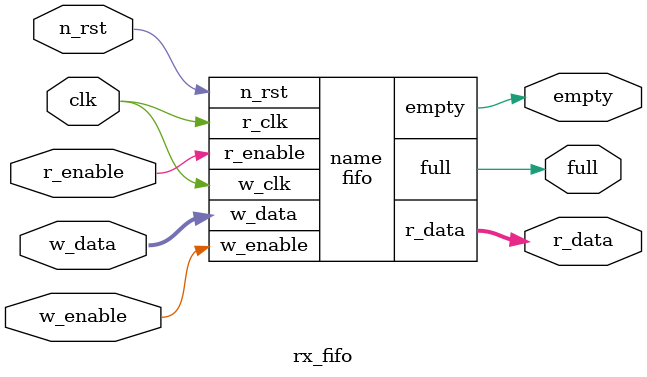
<source format=v>


module fiforam ( wclk, wenable, waddr, raddr, wdata, rdata );
  input [2:0] waddr;
  input [2:0] raddr;
  input [7:0] wdata;
  output [7:0] rdata;
  input wclk, wenable;
  wire   N10, N11, N12, N13, N14, N15, \fiforeg[0][7] , \fiforeg[0][6] ,
         \fiforeg[0][5] , \fiforeg[0][4] , \fiforeg[0][3] , \fiforeg[0][2] ,
         \fiforeg[0][1] , \fiforeg[0][0] , \fiforeg[1][7] , \fiforeg[1][6] ,
         \fiforeg[1][5] , \fiforeg[1][4] , \fiforeg[1][3] , \fiforeg[1][2] ,
         \fiforeg[1][1] , \fiforeg[1][0] , \fiforeg[2][7] , \fiforeg[2][6] ,
         \fiforeg[2][5] , \fiforeg[2][4] , \fiforeg[2][3] , \fiforeg[2][2] ,
         \fiforeg[2][1] , \fiforeg[2][0] , \fiforeg[3][7] , \fiforeg[3][6] ,
         \fiforeg[3][5] , \fiforeg[3][4] , \fiforeg[3][3] , \fiforeg[3][2] ,
         \fiforeg[3][1] , \fiforeg[3][0] , \fiforeg[4][7] , \fiforeg[4][6] ,
         \fiforeg[4][5] , \fiforeg[4][4] , \fiforeg[4][3] , \fiforeg[4][2] ,
         \fiforeg[4][1] , \fiforeg[4][0] , \fiforeg[5][7] , \fiforeg[5][6] ,
         \fiforeg[5][5] , \fiforeg[5][4] , \fiforeg[5][3] , \fiforeg[5][2] ,
         \fiforeg[5][1] , \fiforeg[5][0] , \fiforeg[6][7] , \fiforeg[6][6] ,
         \fiforeg[6][5] , \fiforeg[6][4] , \fiforeg[6][3] , \fiforeg[6][2] ,
         \fiforeg[6][1] , \fiforeg[6][0] , \fiforeg[7][7] , \fiforeg[7][6] ,
         \fiforeg[7][5] , \fiforeg[7][4] , \fiforeg[7][3] , \fiforeg[7][2] ,
         \fiforeg[7][1] , \fiforeg[7][0] , N17, N18, N19, N20, N21, N22, N23,
         N24, n89, n90, n91, n92, n93, n94, n95, n96, n97, n98, n99, n100,
         n101, n102, n103, n104, n105, n106, n107, n108, n109, n110, n111,
         n112, n113, n114, n115, n116, n117, n118, n119, n120, n121, n122,
         n123, n124, n125, n126, n127, n128, n129, n130, n131, n132, n133,
         n134, n135, n136, n137, n138, n139, n140, n141, n142, n143, n144,
         n145, n146, n147, n148, n149, n150, n151, n152, n1, n2, n3, n4, n5,
         n6, n7, n8, n9, n10, n11, n12, n13, n14, n15, n16, n17, n18, n19, n20,
         n21, n22, n23, n24, n25, n26, n27, n28, n29, n30, n31, n32, n33, n34,
         n35, n36, n37, n38, n39, n40, n41, n42, n43, n44, n45, n46, n47, n48,
         n49, n50, n51, n52, n53, n54, n55, n56, n57, n58, n59, n60, n61, n62,
         n63, n64, n65, n66, n67, n68, n69, n70, n71, n72, n73, n74, n75, n76,
         n77, n78, n79, n80, n81, n82, n83, n84, n85, n86, n87, n88, n153,
         n154, n155, n156, n157, n158, n159, n160, n161, n162, n163, n164,
         n165, n166, n167, n168, n169, n170, n171, n172, n173, n174, n175,
         n176, n177, n178, n179, n180, n181, n182, n183, n184, n185, n186,
         n187, n188, n189, n190, n191, n192, n193, n194, n195, n196, n197,
         n198, n199, n200, n201, n202, n203, n204, n205, n206, n207, n208,
         n209, n210, n211, n212, n213, n214, n215, n216, n217, n218, n219,
         n220, n221, n222, n223, n224, n225, n226, n227, n228, n229, n230,
         n231, n232, n233, n234, n235, n236, n237, n238, n239, n240, n241,
         n242, n243, n244, n245, n246, n247, n248, n249, n250, n251, n252,
         n253, n254, n255, n256, n257, n258, n259, n260, n261, n262;
  assign N10 = raddr[0];
  assign N11 = raddr[1];
  assign N12 = raddr[2];
  assign N13 = waddr[0];
  assign N14 = waddr[1];
  assign N15 = waddr[2];

  DFFPOSX1 \fiforeg_reg[0][7]  ( .D(n152), .CLK(wclk), .Q(\fiforeg[0][7] ) );
  DFFPOSX1 \fiforeg_reg[0][6]  ( .D(n151), .CLK(wclk), .Q(\fiforeg[0][6] ) );
  DFFPOSX1 \fiforeg_reg[0][5]  ( .D(n150), .CLK(wclk), .Q(\fiforeg[0][5] ) );
  DFFPOSX1 \fiforeg_reg[0][4]  ( .D(n149), .CLK(wclk), .Q(\fiforeg[0][4] ) );
  DFFPOSX1 \fiforeg_reg[0][3]  ( .D(n148), .CLK(wclk), .Q(\fiforeg[0][3] ) );
  DFFPOSX1 \fiforeg_reg[0][2]  ( .D(n147), .CLK(wclk), .Q(\fiforeg[0][2] ) );
  DFFPOSX1 \fiforeg_reg[0][1]  ( .D(n146), .CLK(wclk), .Q(\fiforeg[0][1] ) );
  DFFPOSX1 \fiforeg_reg[0][0]  ( .D(n145), .CLK(wclk), .Q(\fiforeg[0][0] ) );
  DFFPOSX1 \fiforeg_reg[1][7]  ( .D(n144), .CLK(wclk), .Q(\fiforeg[1][7] ) );
  DFFPOSX1 \fiforeg_reg[1][6]  ( .D(n143), .CLK(wclk), .Q(\fiforeg[1][6] ) );
  DFFPOSX1 \fiforeg_reg[1][5]  ( .D(n142), .CLK(wclk), .Q(\fiforeg[1][5] ) );
  DFFPOSX1 \fiforeg_reg[1][4]  ( .D(n141), .CLK(wclk), .Q(\fiforeg[1][4] ) );
  DFFPOSX1 \fiforeg_reg[1][3]  ( .D(n140), .CLK(wclk), .Q(\fiforeg[1][3] ) );
  DFFPOSX1 \fiforeg_reg[1][2]  ( .D(n139), .CLK(wclk), .Q(\fiforeg[1][2] ) );
  DFFPOSX1 \fiforeg_reg[1][1]  ( .D(n138), .CLK(wclk), .Q(\fiforeg[1][1] ) );
  DFFPOSX1 \fiforeg_reg[1][0]  ( .D(n137), .CLK(wclk), .Q(\fiforeg[1][0] ) );
  DFFPOSX1 \fiforeg_reg[2][7]  ( .D(n136), .CLK(wclk), .Q(\fiforeg[2][7] ) );
  DFFPOSX1 \fiforeg_reg[2][6]  ( .D(n135), .CLK(wclk), .Q(\fiforeg[2][6] ) );
  DFFPOSX1 \fiforeg_reg[2][5]  ( .D(n134), .CLK(wclk), .Q(\fiforeg[2][5] ) );
  DFFPOSX1 \fiforeg_reg[2][4]  ( .D(n133), .CLK(wclk), .Q(\fiforeg[2][4] ) );
  DFFPOSX1 \fiforeg_reg[2][3]  ( .D(n132), .CLK(wclk), .Q(\fiforeg[2][3] ) );
  DFFPOSX1 \fiforeg_reg[2][2]  ( .D(n131), .CLK(wclk), .Q(\fiforeg[2][2] ) );
  DFFPOSX1 \fiforeg_reg[2][1]  ( .D(n130), .CLK(wclk), .Q(\fiforeg[2][1] ) );
  DFFPOSX1 \fiforeg_reg[2][0]  ( .D(n129), .CLK(wclk), .Q(\fiforeg[2][0] ) );
  DFFPOSX1 \fiforeg_reg[3][7]  ( .D(n128), .CLK(wclk), .Q(\fiforeg[3][7] ) );
  DFFPOSX1 \fiforeg_reg[3][6]  ( .D(n127), .CLK(wclk), .Q(\fiforeg[3][6] ) );
  DFFPOSX1 \fiforeg_reg[3][5]  ( .D(n126), .CLK(wclk), .Q(\fiforeg[3][5] ) );
  DFFPOSX1 \fiforeg_reg[3][4]  ( .D(n125), .CLK(wclk), .Q(\fiforeg[3][4] ) );
  DFFPOSX1 \fiforeg_reg[3][3]  ( .D(n124), .CLK(wclk), .Q(\fiforeg[3][3] ) );
  DFFPOSX1 \fiforeg_reg[3][2]  ( .D(n123), .CLK(wclk), .Q(\fiforeg[3][2] ) );
  DFFPOSX1 \fiforeg_reg[3][1]  ( .D(n122), .CLK(wclk), .Q(\fiforeg[3][1] ) );
  DFFPOSX1 \fiforeg_reg[3][0]  ( .D(n121), .CLK(wclk), .Q(\fiforeg[3][0] ) );
  DFFPOSX1 \fiforeg_reg[4][7]  ( .D(n120), .CLK(wclk), .Q(\fiforeg[4][7] ) );
  DFFPOSX1 \fiforeg_reg[4][6]  ( .D(n119), .CLK(wclk), .Q(\fiforeg[4][6] ) );
  DFFPOSX1 \fiforeg_reg[4][5]  ( .D(n118), .CLK(wclk), .Q(\fiforeg[4][5] ) );
  DFFPOSX1 \fiforeg_reg[4][4]  ( .D(n117), .CLK(wclk), .Q(\fiforeg[4][4] ) );
  DFFPOSX1 \fiforeg_reg[4][3]  ( .D(n116), .CLK(wclk), .Q(\fiforeg[4][3] ) );
  DFFPOSX1 \fiforeg_reg[4][2]  ( .D(n115), .CLK(wclk), .Q(\fiforeg[4][2] ) );
  DFFPOSX1 \fiforeg_reg[4][1]  ( .D(n114), .CLK(wclk), .Q(\fiforeg[4][1] ) );
  DFFPOSX1 \fiforeg_reg[4][0]  ( .D(n113), .CLK(wclk), .Q(\fiforeg[4][0] ) );
  DFFPOSX1 \fiforeg_reg[5][7]  ( .D(n112), .CLK(wclk), .Q(\fiforeg[5][7] ) );
  DFFPOSX1 \fiforeg_reg[5][6]  ( .D(n111), .CLK(wclk), .Q(\fiforeg[5][6] ) );
  DFFPOSX1 \fiforeg_reg[5][5]  ( .D(n110), .CLK(wclk), .Q(\fiforeg[5][5] ) );
  DFFPOSX1 \fiforeg_reg[5][4]  ( .D(n109), .CLK(wclk), .Q(\fiforeg[5][4] ) );
  DFFPOSX1 \fiforeg_reg[5][3]  ( .D(n108), .CLK(wclk), .Q(\fiforeg[5][3] ) );
  DFFPOSX1 \fiforeg_reg[5][2]  ( .D(n107), .CLK(wclk), .Q(\fiforeg[5][2] ) );
  DFFPOSX1 \fiforeg_reg[5][1]  ( .D(n106), .CLK(wclk), .Q(\fiforeg[5][1] ) );
  DFFPOSX1 \fiforeg_reg[5][0]  ( .D(n105), .CLK(wclk), .Q(\fiforeg[5][0] ) );
  DFFPOSX1 \fiforeg_reg[6][7]  ( .D(n104), .CLK(wclk), .Q(\fiforeg[6][7] ) );
  DFFPOSX1 \fiforeg_reg[6][6]  ( .D(n103), .CLK(wclk), .Q(\fiforeg[6][6] ) );
  DFFPOSX1 \fiforeg_reg[6][5]  ( .D(n102), .CLK(wclk), .Q(\fiforeg[6][5] ) );
  DFFPOSX1 \fiforeg_reg[6][4]  ( .D(n101), .CLK(wclk), .Q(\fiforeg[6][4] ) );
  DFFPOSX1 \fiforeg_reg[6][3]  ( .D(n100), .CLK(wclk), .Q(\fiforeg[6][3] ) );
  DFFPOSX1 \fiforeg_reg[6][2]  ( .D(n99), .CLK(wclk), .Q(\fiforeg[6][2] ) );
  DFFPOSX1 \fiforeg_reg[6][1]  ( .D(n98), .CLK(wclk), .Q(\fiforeg[6][1] ) );
  DFFPOSX1 \fiforeg_reg[6][0]  ( .D(n97), .CLK(wclk), .Q(\fiforeg[6][0] ) );
  DFFPOSX1 \fiforeg_reg[7][7]  ( .D(n96), .CLK(wclk), .Q(\fiforeg[7][7] ) );
  DFFPOSX1 \fiforeg_reg[7][6]  ( .D(n95), .CLK(wclk), .Q(\fiforeg[7][6] ) );
  DFFPOSX1 \fiforeg_reg[7][5]  ( .D(n94), .CLK(wclk), .Q(\fiforeg[7][5] ) );
  DFFPOSX1 \fiforeg_reg[7][4]  ( .D(n93), .CLK(wclk), .Q(\fiforeg[7][4] ) );
  DFFPOSX1 \fiforeg_reg[7][3]  ( .D(n92), .CLK(wclk), .Q(\fiforeg[7][3] ) );
  DFFPOSX1 \fiforeg_reg[7][2]  ( .D(n91), .CLK(wclk), .Q(\fiforeg[7][2] ) );
  DFFPOSX1 \fiforeg_reg[7][1]  ( .D(n90), .CLK(wclk), .Q(\fiforeg[7][1] ) );
  DFFPOSX1 \fiforeg_reg[7][0]  ( .D(n89), .CLK(wclk), .Q(\fiforeg[7][0] ) );
  BUFX2 U2 ( .A(n56), .Y(n1) );
  BUFX2 U3 ( .A(n175), .Y(n2) );
  BUFX2 U4 ( .A(n53), .Y(n3) );
  BUFX2 U5 ( .A(n172), .Y(n4) );
  BUFX2 U6 ( .A(n54), .Y(n5) );
  BUFX2 U7 ( .A(n173), .Y(n6) );
  BUFX2 U8 ( .A(n55), .Y(n7) );
  BUFX2 U9 ( .A(n174), .Y(n8) );
  NOR2X1 U10 ( .A(n63), .B(N11), .Y(n54) );
  NOR2X1 U11 ( .A(n63), .B(n62), .Y(n53) );
  AOI22X1 U12 ( .A(\fiforeg[4][0] ), .B(n5), .C(\fiforeg[6][0] ), .D(n3), .Y(
        n10) );
  NOR2X1 U13 ( .A(N11), .B(N12), .Y(n56) );
  NOR2X1 U14 ( .A(n62), .B(N12), .Y(n55) );
  AOI22X1 U15 ( .A(\fiforeg[0][0] ), .B(n1), .C(\fiforeg[2][0] ), .D(n7), .Y(
        n9) );
  AOI21X1 U16 ( .A(n10), .B(n9), .C(N10), .Y(n14) );
  AOI22X1 U17 ( .A(\fiforeg[5][0] ), .B(n5), .C(\fiforeg[7][0] ), .D(n3), .Y(
        n12) );
  AOI22X1 U18 ( .A(\fiforeg[1][0] ), .B(n1), .C(\fiforeg[3][0] ), .D(n7), .Y(
        n11) );
  AOI21X1 U19 ( .A(n12), .B(n11), .C(n61), .Y(n13) );
  OR2X1 U20 ( .A(n14), .B(n13), .Y(rdata[0]) );
  AOI22X1 U21 ( .A(\fiforeg[4][1] ), .B(n5), .C(\fiforeg[6][1] ), .D(n3), .Y(
        n16) );
  AOI22X1 U22 ( .A(\fiforeg[0][1] ), .B(n1), .C(\fiforeg[2][1] ), .D(n7), .Y(
        n15) );
  AOI21X1 U23 ( .A(n16), .B(n15), .C(N10), .Y(n20) );
  AOI22X1 U24 ( .A(\fiforeg[5][1] ), .B(n5), .C(\fiforeg[7][1] ), .D(n3), .Y(
        n18) );
  AOI22X1 U25 ( .A(\fiforeg[1][1] ), .B(n1), .C(\fiforeg[3][1] ), .D(n7), .Y(
        n17) );
  AOI21X1 U26 ( .A(n18), .B(n17), .C(n61), .Y(n19) );
  OR2X1 U27 ( .A(n20), .B(n19), .Y(rdata[1]) );
  AOI22X1 U28 ( .A(\fiforeg[4][2] ), .B(n5), .C(\fiforeg[6][2] ), .D(n3), .Y(
        n22) );
  AOI22X1 U29 ( .A(\fiforeg[0][2] ), .B(n1), .C(\fiforeg[2][2] ), .D(n7), .Y(
        n21) );
  AOI21X1 U30 ( .A(n22), .B(n21), .C(N10), .Y(n26) );
  AOI22X1 U31 ( .A(\fiforeg[5][2] ), .B(n5), .C(\fiforeg[7][2] ), .D(n3), .Y(
        n24) );
  AOI22X1 U32 ( .A(\fiforeg[1][2] ), .B(n1), .C(\fiforeg[3][2] ), .D(n7), .Y(
        n23) );
  AOI21X1 U33 ( .A(n24), .B(n23), .C(n61), .Y(n25) );
  OR2X1 U34 ( .A(n26), .B(n25), .Y(rdata[2]) );
  AOI22X1 U35 ( .A(\fiforeg[4][3] ), .B(n5), .C(\fiforeg[6][3] ), .D(n3), .Y(
        n28) );
  AOI22X1 U36 ( .A(\fiforeg[0][3] ), .B(n1), .C(\fiforeg[2][3] ), .D(n7), .Y(
        n27) );
  AOI21X1 U37 ( .A(n28), .B(n27), .C(N10), .Y(n32) );
  AOI22X1 U38 ( .A(\fiforeg[5][3] ), .B(n5), .C(\fiforeg[7][3] ), .D(n3), .Y(
        n30) );
  AOI22X1 U39 ( .A(\fiforeg[1][3] ), .B(n1), .C(\fiforeg[3][3] ), .D(n7), .Y(
        n29) );
  AOI21X1 U40 ( .A(n30), .B(n29), .C(n61), .Y(n31) );
  OR2X1 U41 ( .A(n32), .B(n31), .Y(rdata[3]) );
  AOI22X1 U42 ( .A(\fiforeg[4][4] ), .B(n5), .C(\fiforeg[6][4] ), .D(n3), .Y(
        n34) );
  AOI22X1 U43 ( .A(\fiforeg[0][4] ), .B(n1), .C(\fiforeg[2][4] ), .D(n7), .Y(
        n33) );
  AOI21X1 U44 ( .A(n34), .B(n33), .C(N10), .Y(n38) );
  AOI22X1 U45 ( .A(\fiforeg[5][4] ), .B(n5), .C(\fiforeg[7][4] ), .D(n3), .Y(
        n36) );
  AOI22X1 U46 ( .A(\fiforeg[1][4] ), .B(n1), .C(\fiforeg[3][4] ), .D(n7), .Y(
        n35) );
  AOI21X1 U47 ( .A(n36), .B(n35), .C(n61), .Y(n37) );
  OR2X1 U48 ( .A(n38), .B(n37), .Y(rdata[4]) );
  AOI22X1 U49 ( .A(\fiforeg[4][5] ), .B(n5), .C(\fiforeg[6][5] ), .D(n3), .Y(
        n40) );
  AOI22X1 U50 ( .A(\fiforeg[0][5] ), .B(n1), .C(\fiforeg[2][5] ), .D(n7), .Y(
        n39) );
  AOI21X1 U51 ( .A(n40), .B(n39), .C(N10), .Y(n44) );
  AOI22X1 U52 ( .A(\fiforeg[5][5] ), .B(n5), .C(\fiforeg[7][5] ), .D(n3), .Y(
        n42) );
  AOI22X1 U53 ( .A(\fiforeg[1][5] ), .B(n1), .C(\fiforeg[3][5] ), .D(n7), .Y(
        n41) );
  AOI21X1 U54 ( .A(n42), .B(n41), .C(n61), .Y(n43) );
  OR2X1 U55 ( .A(n44), .B(n43), .Y(rdata[5]) );
  AOI22X1 U56 ( .A(\fiforeg[4][6] ), .B(n5), .C(\fiforeg[6][6] ), .D(n3), .Y(
        n46) );
  AOI22X1 U57 ( .A(\fiforeg[0][6] ), .B(n1), .C(\fiforeg[2][6] ), .D(n7), .Y(
        n45) );
  AOI21X1 U58 ( .A(n46), .B(n45), .C(N10), .Y(n50) );
  AOI22X1 U59 ( .A(\fiforeg[5][6] ), .B(n5), .C(\fiforeg[7][6] ), .D(n3), .Y(
        n48) );
  AOI22X1 U60 ( .A(\fiforeg[1][6] ), .B(n1), .C(\fiforeg[3][6] ), .D(n7), .Y(
        n47) );
  AOI21X1 U61 ( .A(n48), .B(n47), .C(n61), .Y(n49) );
  OR2X1 U62 ( .A(n50), .B(n49), .Y(rdata[6]) );
  AOI22X1 U63 ( .A(\fiforeg[4][7] ), .B(n5), .C(\fiforeg[6][7] ), .D(n3), .Y(
        n52) );
  AOI22X1 U64 ( .A(\fiforeg[0][7] ), .B(n1), .C(\fiforeg[2][7] ), .D(n7), .Y(
        n51) );
  AOI21X1 U65 ( .A(n52), .B(n51), .C(N10), .Y(n60) );
  AOI22X1 U66 ( .A(\fiforeg[5][7] ), .B(n5), .C(\fiforeg[7][7] ), .D(n3), .Y(
        n58) );
  AOI22X1 U67 ( .A(\fiforeg[1][7] ), .B(n1), .C(\fiforeg[3][7] ), .D(n7), .Y(
        n57) );
  AOI21X1 U68 ( .A(n58), .B(n57), .C(n61), .Y(n59) );
  OR2X1 U69 ( .A(n60), .B(n59), .Y(rdata[7]) );
  INVX2 U70 ( .A(N10), .Y(n61) );
  INVX2 U71 ( .A(N11), .Y(n62) );
  INVX2 U72 ( .A(N12), .Y(n63) );
  NOR2X1 U73 ( .A(n211), .B(N14), .Y(n173) );
  NOR2X1 U74 ( .A(n211), .B(n180), .Y(n172) );
  AOI22X1 U75 ( .A(\fiforeg[4][0] ), .B(n6), .C(\fiforeg[6][0] ), .D(n4), .Y(
        n65) );
  NOR2X1 U76 ( .A(N14), .B(N15), .Y(n175) );
  NOR2X1 U77 ( .A(n180), .B(N15), .Y(n174) );
  AOI22X1 U78 ( .A(\fiforeg[0][0] ), .B(n2), .C(\fiforeg[2][0] ), .D(n8), .Y(
        n64) );
  AOI21X1 U79 ( .A(n65), .B(n64), .C(N13), .Y(n69) );
  AOI22X1 U80 ( .A(\fiforeg[5][0] ), .B(n6), .C(\fiforeg[7][0] ), .D(n4), .Y(
        n67) );
  AOI22X1 U81 ( .A(\fiforeg[1][0] ), .B(n2), .C(\fiforeg[3][0] ), .D(n8), .Y(
        n66) );
  AOI21X1 U82 ( .A(n67), .B(n66), .C(n212), .Y(n68) );
  OR2X1 U83 ( .A(n69), .B(n68), .Y(N24) );
  AOI22X1 U84 ( .A(\fiforeg[4][1] ), .B(n6), .C(\fiforeg[6][1] ), .D(n4), .Y(
        n71) );
  AOI22X1 U85 ( .A(\fiforeg[0][1] ), .B(n2), .C(\fiforeg[2][1] ), .D(n8), .Y(
        n70) );
  AOI21X1 U86 ( .A(n71), .B(n70), .C(N13), .Y(n75) );
  AOI22X1 U87 ( .A(\fiforeg[5][1] ), .B(n6), .C(\fiforeg[7][1] ), .D(n4), .Y(
        n73) );
  AOI22X1 U88 ( .A(\fiforeg[1][1] ), .B(n2), .C(\fiforeg[3][1] ), .D(n8), .Y(
        n72) );
  AOI21X1 U89 ( .A(n73), .B(n72), .C(n212), .Y(n74) );
  OR2X1 U90 ( .A(n75), .B(n74), .Y(N23) );
  AOI22X1 U91 ( .A(\fiforeg[4][2] ), .B(n6), .C(\fiforeg[6][2] ), .D(n4), .Y(
        n77) );
  AOI22X1 U92 ( .A(\fiforeg[0][2] ), .B(n2), .C(\fiforeg[2][2] ), .D(n8), .Y(
        n76) );
  AOI21X1 U93 ( .A(n77), .B(n76), .C(N13), .Y(n81) );
  AOI22X1 U94 ( .A(\fiforeg[5][2] ), .B(n6), .C(\fiforeg[7][2] ), .D(n4), .Y(
        n79) );
  AOI22X1 U95 ( .A(\fiforeg[1][2] ), .B(n2), .C(\fiforeg[3][2] ), .D(n8), .Y(
        n78) );
  AOI21X1 U96 ( .A(n79), .B(n78), .C(n212), .Y(n80) );
  OR2X1 U97 ( .A(n81), .B(n80), .Y(N22) );
  AOI22X1 U98 ( .A(\fiforeg[4][3] ), .B(n6), .C(\fiforeg[6][3] ), .D(n4), .Y(
        n83) );
  AOI22X1 U99 ( .A(\fiforeg[0][3] ), .B(n2), .C(\fiforeg[2][3] ), .D(n8), .Y(
        n82) );
  AOI21X1 U100 ( .A(n83), .B(n82), .C(N13), .Y(n87) );
  AOI22X1 U101 ( .A(\fiforeg[5][3] ), .B(n6), .C(\fiforeg[7][3] ), .D(n4), .Y(
        n85) );
  AOI22X1 U102 ( .A(\fiforeg[1][3] ), .B(n2), .C(\fiforeg[3][3] ), .D(n8), .Y(
        n84) );
  AOI21X1 U103 ( .A(n85), .B(n84), .C(n212), .Y(n86) );
  OR2X1 U104 ( .A(n87), .B(n86), .Y(N21) );
  AOI22X1 U105 ( .A(\fiforeg[4][4] ), .B(n6), .C(\fiforeg[6][4] ), .D(n4), .Y(
        n153) );
  AOI22X1 U106 ( .A(\fiforeg[0][4] ), .B(n2), .C(\fiforeg[2][4] ), .D(n8), .Y(
        n88) );
  AOI21X1 U107 ( .A(n153), .B(n88), .C(N13), .Y(n157) );
  AOI22X1 U108 ( .A(\fiforeg[5][4] ), .B(n6), .C(\fiforeg[7][4] ), .D(n4), .Y(
        n155) );
  AOI22X1 U109 ( .A(\fiforeg[1][4] ), .B(n2), .C(\fiforeg[3][4] ), .D(n8), .Y(
        n154) );
  AOI21X1 U110 ( .A(n155), .B(n154), .C(n212), .Y(n156) );
  OR2X1 U111 ( .A(n157), .B(n156), .Y(N20) );
  AOI22X1 U112 ( .A(\fiforeg[4][5] ), .B(n6), .C(\fiforeg[6][5] ), .D(n4), .Y(
        n159) );
  AOI22X1 U113 ( .A(\fiforeg[0][5] ), .B(n2), .C(\fiforeg[2][5] ), .D(n8), .Y(
        n158) );
  AOI21X1 U114 ( .A(n159), .B(n158), .C(N13), .Y(n163) );
  AOI22X1 U115 ( .A(\fiforeg[5][5] ), .B(n6), .C(\fiforeg[7][5] ), .D(n4), .Y(
        n161) );
  AOI22X1 U116 ( .A(\fiforeg[1][5] ), .B(n2), .C(\fiforeg[3][5] ), .D(n8), .Y(
        n160) );
  AOI21X1 U117 ( .A(n161), .B(n160), .C(n212), .Y(n162) );
  OR2X1 U118 ( .A(n163), .B(n162), .Y(N19) );
  AOI22X1 U119 ( .A(\fiforeg[4][6] ), .B(n6), .C(\fiforeg[6][6] ), .D(n4), .Y(
        n165) );
  AOI22X1 U120 ( .A(\fiforeg[0][6] ), .B(n2), .C(\fiforeg[2][6] ), .D(n8), .Y(
        n164) );
  AOI21X1 U121 ( .A(n165), .B(n164), .C(N13), .Y(n169) );
  AOI22X1 U122 ( .A(\fiforeg[5][6] ), .B(n6), .C(\fiforeg[7][6] ), .D(n4), .Y(
        n167) );
  AOI22X1 U123 ( .A(\fiforeg[1][6] ), .B(n2), .C(\fiforeg[3][6] ), .D(n8), .Y(
        n166) );
  AOI21X1 U124 ( .A(n167), .B(n166), .C(n212), .Y(n168) );
  OR2X1 U125 ( .A(n169), .B(n168), .Y(N18) );
  AOI22X1 U126 ( .A(\fiforeg[4][7] ), .B(n6), .C(\fiforeg[6][7] ), .D(n4), .Y(
        n171) );
  AOI22X1 U127 ( .A(\fiforeg[0][7] ), .B(n2), .C(\fiforeg[2][7] ), .D(n8), .Y(
        n170) );
  AOI21X1 U128 ( .A(n171), .B(n170), .C(N13), .Y(n179) );
  AOI22X1 U129 ( .A(\fiforeg[5][7] ), .B(n6), .C(\fiforeg[7][7] ), .D(n4), .Y(
        n177) );
  AOI22X1 U130 ( .A(\fiforeg[1][7] ), .B(n2), .C(\fiforeg[3][7] ), .D(n8), .Y(
        n176) );
  AOI21X1 U131 ( .A(n177), .B(n176), .C(n212), .Y(n178) );
  OR2X1 U132 ( .A(n179), .B(n178), .Y(N17) );
  INVX2 U133 ( .A(N14), .Y(n180) );
  MUX2X1 U134 ( .B(n181), .A(n182), .S(n183), .Y(n99) );
  INVX1 U135 ( .A(\fiforeg[6][2] ), .Y(n182) );
  MUX2X1 U136 ( .B(n184), .A(n185), .S(n183), .Y(n98) );
  INVX1 U137 ( .A(\fiforeg[6][1] ), .Y(n185) );
  MUX2X1 U138 ( .B(n186), .A(n187), .S(n183), .Y(n97) );
  INVX1 U139 ( .A(\fiforeg[6][0] ), .Y(n187) );
  MUX2X1 U140 ( .B(n188), .A(n189), .S(n190), .Y(n96) );
  INVX1 U141 ( .A(\fiforeg[7][7] ), .Y(n189) );
  MUX2X1 U142 ( .B(n191), .A(n192), .S(n190), .Y(n95) );
  INVX1 U143 ( .A(\fiforeg[7][6] ), .Y(n192) );
  MUX2X1 U144 ( .B(n193), .A(n194), .S(n190), .Y(n94) );
  INVX1 U145 ( .A(\fiforeg[7][5] ), .Y(n194) );
  MUX2X1 U146 ( .B(n195), .A(n196), .S(n190), .Y(n93) );
  INVX1 U147 ( .A(\fiforeg[7][4] ), .Y(n196) );
  MUX2X1 U148 ( .B(n197), .A(n198), .S(n190), .Y(n92) );
  INVX1 U149 ( .A(\fiforeg[7][3] ), .Y(n198) );
  MUX2X1 U150 ( .B(n181), .A(n199), .S(n190), .Y(n91) );
  INVX1 U151 ( .A(\fiforeg[7][2] ), .Y(n199) );
  MUX2X1 U152 ( .B(n184), .A(n200), .S(n190), .Y(n90) );
  INVX1 U153 ( .A(\fiforeg[7][1] ), .Y(n200) );
  MUX2X1 U154 ( .B(n186), .A(n201), .S(n190), .Y(n89) );
  NAND3X1 U155 ( .A(N15), .B(N14), .C(N13), .Y(n190) );
  INVX1 U156 ( .A(\fiforeg[7][0] ), .Y(n201) );
  MUX2X1 U157 ( .B(n188), .A(n202), .S(n203), .Y(n152) );
  INVX1 U158 ( .A(\fiforeg[0][7] ), .Y(n202) );
  MUX2X1 U159 ( .B(n191), .A(n204), .S(n203), .Y(n151) );
  INVX1 U160 ( .A(\fiforeg[0][6] ), .Y(n204) );
  MUX2X1 U161 ( .B(n193), .A(n205), .S(n203), .Y(n150) );
  INVX1 U162 ( .A(\fiforeg[0][5] ), .Y(n205) );
  MUX2X1 U163 ( .B(n195), .A(n206), .S(n203), .Y(n149) );
  INVX1 U164 ( .A(\fiforeg[0][4] ), .Y(n206) );
  MUX2X1 U165 ( .B(n197), .A(n207), .S(n203), .Y(n148) );
  INVX1 U166 ( .A(\fiforeg[0][3] ), .Y(n207) );
  MUX2X1 U167 ( .B(n181), .A(n208), .S(n203), .Y(n147) );
  INVX1 U168 ( .A(\fiforeg[0][2] ), .Y(n208) );
  MUX2X1 U169 ( .B(n184), .A(n209), .S(n203), .Y(n146) );
  INVX1 U170 ( .A(\fiforeg[0][1] ), .Y(n209) );
  MUX2X1 U171 ( .B(n186), .A(n210), .S(n203), .Y(n145) );
  NAND3X1 U172 ( .A(n180), .B(n211), .C(n212), .Y(n203) );
  INVX1 U173 ( .A(\fiforeg[0][0] ), .Y(n210) );
  MUX2X1 U174 ( .B(n188), .A(n213), .S(n214), .Y(n144) );
  INVX1 U175 ( .A(\fiforeg[1][7] ), .Y(n213) );
  MUX2X1 U176 ( .B(n191), .A(n215), .S(n214), .Y(n143) );
  INVX1 U177 ( .A(\fiforeg[1][6] ), .Y(n215) );
  MUX2X1 U178 ( .B(n193), .A(n216), .S(n214), .Y(n142) );
  INVX1 U179 ( .A(\fiforeg[1][5] ), .Y(n216) );
  MUX2X1 U180 ( .B(n195), .A(n217), .S(n214), .Y(n141) );
  INVX1 U181 ( .A(\fiforeg[1][4] ), .Y(n217) );
  MUX2X1 U182 ( .B(n197), .A(n218), .S(n214), .Y(n140) );
  INVX1 U183 ( .A(\fiforeg[1][3] ), .Y(n218) );
  MUX2X1 U184 ( .B(n181), .A(n219), .S(n214), .Y(n139) );
  INVX1 U185 ( .A(\fiforeg[1][2] ), .Y(n219) );
  MUX2X1 U186 ( .B(n184), .A(n220), .S(n214), .Y(n138) );
  INVX1 U187 ( .A(\fiforeg[1][1] ), .Y(n220) );
  MUX2X1 U188 ( .B(n186), .A(n221), .S(n214), .Y(n137) );
  NAND3X1 U189 ( .A(n180), .B(n211), .C(N13), .Y(n214) );
  INVX1 U190 ( .A(\fiforeg[1][0] ), .Y(n221) );
  MUX2X1 U191 ( .B(n188), .A(n222), .S(n223), .Y(n136) );
  INVX1 U192 ( .A(\fiforeg[2][7] ), .Y(n222) );
  MUX2X1 U193 ( .B(n191), .A(n224), .S(n223), .Y(n135) );
  INVX1 U194 ( .A(\fiforeg[2][6] ), .Y(n224) );
  MUX2X1 U195 ( .B(n193), .A(n225), .S(n223), .Y(n134) );
  INVX1 U196 ( .A(\fiforeg[2][5] ), .Y(n225) );
  MUX2X1 U197 ( .B(n195), .A(n226), .S(n223), .Y(n133) );
  INVX1 U198 ( .A(\fiforeg[2][4] ), .Y(n226) );
  MUX2X1 U199 ( .B(n197), .A(n227), .S(n223), .Y(n132) );
  INVX1 U200 ( .A(\fiforeg[2][3] ), .Y(n227) );
  MUX2X1 U201 ( .B(n181), .A(n228), .S(n223), .Y(n131) );
  INVX1 U202 ( .A(\fiforeg[2][2] ), .Y(n228) );
  MUX2X1 U203 ( .B(n184), .A(n229), .S(n223), .Y(n130) );
  INVX1 U204 ( .A(\fiforeg[2][1] ), .Y(n229) );
  MUX2X1 U205 ( .B(n186), .A(n230), .S(n223), .Y(n129) );
  NAND3X1 U206 ( .A(n212), .B(n211), .C(N14), .Y(n223) );
  INVX1 U207 ( .A(\fiforeg[2][0] ), .Y(n230) );
  MUX2X1 U208 ( .B(n188), .A(n231), .S(n232), .Y(n128) );
  INVX1 U209 ( .A(\fiforeg[3][7] ), .Y(n231) );
  MUX2X1 U210 ( .B(n191), .A(n233), .S(n232), .Y(n127) );
  INVX1 U211 ( .A(\fiforeg[3][6] ), .Y(n233) );
  MUX2X1 U212 ( .B(n193), .A(n234), .S(n232), .Y(n126) );
  INVX1 U213 ( .A(\fiforeg[3][5] ), .Y(n234) );
  MUX2X1 U214 ( .B(n195), .A(n235), .S(n232), .Y(n125) );
  INVX1 U215 ( .A(\fiforeg[3][4] ), .Y(n235) );
  MUX2X1 U216 ( .B(n197), .A(n236), .S(n232), .Y(n124) );
  INVX1 U217 ( .A(\fiforeg[3][3] ), .Y(n236) );
  MUX2X1 U218 ( .B(n181), .A(n237), .S(n232), .Y(n123) );
  INVX1 U219 ( .A(\fiforeg[3][2] ), .Y(n237) );
  MUX2X1 U220 ( .B(n184), .A(n238), .S(n232), .Y(n122) );
  INVX1 U221 ( .A(\fiforeg[3][1] ), .Y(n238) );
  MUX2X1 U222 ( .B(n186), .A(n239), .S(n232), .Y(n121) );
  NAND3X1 U223 ( .A(N14), .B(n211), .C(N13), .Y(n232) );
  INVX1 U224 ( .A(N15), .Y(n211) );
  INVX1 U225 ( .A(\fiforeg[3][0] ), .Y(n239) );
  MUX2X1 U226 ( .B(n188), .A(n240), .S(n241), .Y(n120) );
  INVX1 U227 ( .A(\fiforeg[4][7] ), .Y(n240) );
  MUX2X1 U228 ( .B(n191), .A(n242), .S(n241), .Y(n119) );
  INVX1 U229 ( .A(\fiforeg[4][6] ), .Y(n242) );
  MUX2X1 U230 ( .B(n193), .A(n243), .S(n241), .Y(n118) );
  INVX1 U231 ( .A(\fiforeg[4][5] ), .Y(n243) );
  MUX2X1 U232 ( .B(n195), .A(n244), .S(n241), .Y(n117) );
  INVX1 U233 ( .A(\fiforeg[4][4] ), .Y(n244) );
  MUX2X1 U234 ( .B(n197), .A(n245), .S(n241), .Y(n116) );
  INVX1 U235 ( .A(\fiforeg[4][3] ), .Y(n245) );
  MUX2X1 U236 ( .B(n181), .A(n246), .S(n241), .Y(n115) );
  INVX1 U237 ( .A(\fiforeg[4][2] ), .Y(n246) );
  MUX2X1 U238 ( .B(n184), .A(n247), .S(n241), .Y(n114) );
  INVX1 U239 ( .A(\fiforeg[4][1] ), .Y(n247) );
  MUX2X1 U240 ( .B(n186), .A(n248), .S(n241), .Y(n113) );
  NAND3X1 U241 ( .A(n212), .B(n180), .C(N15), .Y(n241) );
  INVX1 U242 ( .A(\fiforeg[4][0] ), .Y(n248) );
  MUX2X1 U243 ( .B(n188), .A(n249), .S(n250), .Y(n112) );
  INVX1 U244 ( .A(\fiforeg[5][7] ), .Y(n249) );
  MUX2X1 U245 ( .B(n191), .A(n251), .S(n250), .Y(n111) );
  INVX1 U246 ( .A(\fiforeg[5][6] ), .Y(n251) );
  MUX2X1 U247 ( .B(n193), .A(n252), .S(n250), .Y(n110) );
  INVX1 U248 ( .A(\fiforeg[5][5] ), .Y(n252) );
  MUX2X1 U249 ( .B(n195), .A(n253), .S(n250), .Y(n109) );
  INVX1 U250 ( .A(\fiforeg[5][4] ), .Y(n253) );
  MUX2X1 U251 ( .B(n197), .A(n254), .S(n250), .Y(n108) );
  INVX1 U252 ( .A(\fiforeg[5][3] ), .Y(n254) );
  MUX2X1 U253 ( .B(n181), .A(n255), .S(n250), .Y(n107) );
  INVX1 U254 ( .A(\fiforeg[5][2] ), .Y(n255) );
  MUX2X1 U255 ( .B(N22), .A(wdata[2]), .S(wenable), .Y(n181) );
  MUX2X1 U256 ( .B(n184), .A(n256), .S(n250), .Y(n106) );
  INVX1 U257 ( .A(\fiforeg[5][1] ), .Y(n256) );
  MUX2X1 U258 ( .B(N23), .A(wdata[1]), .S(wenable), .Y(n184) );
  MUX2X1 U259 ( .B(n186), .A(n257), .S(n250), .Y(n105) );
  NAND3X1 U260 ( .A(N15), .B(n180), .C(N13), .Y(n250) );
  INVX1 U261 ( .A(\fiforeg[5][0] ), .Y(n257) );
  MUX2X1 U262 ( .B(N24), .A(wdata[0]), .S(wenable), .Y(n186) );
  MUX2X1 U263 ( .B(n188), .A(n258), .S(n183), .Y(n104) );
  INVX1 U264 ( .A(\fiforeg[6][7] ), .Y(n258) );
  MUX2X1 U265 ( .B(N17), .A(wdata[7]), .S(wenable), .Y(n188) );
  MUX2X1 U266 ( .B(n191), .A(n259), .S(n183), .Y(n103) );
  INVX1 U267 ( .A(\fiforeg[6][6] ), .Y(n259) );
  MUX2X1 U268 ( .B(N18), .A(wdata[6]), .S(wenable), .Y(n191) );
  MUX2X1 U269 ( .B(n193), .A(n260), .S(n183), .Y(n102) );
  INVX1 U270 ( .A(\fiforeg[6][5] ), .Y(n260) );
  MUX2X1 U271 ( .B(N19), .A(wdata[5]), .S(wenable), .Y(n193) );
  MUX2X1 U272 ( .B(n195), .A(n261), .S(n183), .Y(n101) );
  INVX1 U273 ( .A(\fiforeg[6][4] ), .Y(n261) );
  MUX2X1 U274 ( .B(N20), .A(wdata[4]), .S(wenable), .Y(n195) );
  MUX2X1 U275 ( .B(n197), .A(n262), .S(n183), .Y(n100) );
  NAND3X1 U276 ( .A(N14), .B(n212), .C(N15), .Y(n183) );
  INVX1 U277 ( .A(N13), .Y(n212) );
  INVX1 U278 ( .A(\fiforeg[6][3] ), .Y(n262) );
  MUX2X1 U279 ( .B(N21), .A(wdata[3]), .S(wenable), .Y(n197) );
endmodule


module write_ptr ( wclk, rst_n, wenable, wptr, wptr_nxt );
  output [3:0] wptr;
  output [3:0] wptr_nxt;
  input wclk, rst_n, wenable;
  wire   n9, n10, n11, n12;
  wire   [2:0] binary_nxt;
  wire   [3:0] binary_r;

  DFFSR \binary_r_reg[0]  ( .D(binary_nxt[0]), .CLK(wclk), .R(rst_n), .S(1'b1), 
        .Q(binary_r[0]) );
  DFFSR \binary_r_reg[1]  ( .D(binary_nxt[1]), .CLK(wclk), .R(rst_n), .S(1'b1), 
        .Q(binary_r[1]) );
  DFFSR \binary_r_reg[2]  ( .D(binary_nxt[2]), .CLK(wclk), .R(rst_n), .S(1'b1), 
        .Q(binary_r[2]) );
  DFFSR \binary_r_reg[3]  ( .D(wptr_nxt[3]), .CLK(wclk), .R(rst_n), .S(1'b1), 
        .Q(binary_r[3]) );
  DFFSR \gray_r_reg[3]  ( .D(wptr_nxt[3]), .CLK(wclk), .R(rst_n), .S(1'b1), 
        .Q(wptr[3]) );
  DFFSR \gray_r_reg[2]  ( .D(wptr_nxt[2]), .CLK(wclk), .R(rst_n), .S(1'b1), 
        .Q(wptr[2]) );
  DFFSR \gray_r_reg[1]  ( .D(wptr_nxt[1]), .CLK(wclk), .R(rst_n), .S(1'b1), 
        .Q(wptr[1]) );
  DFFSR \gray_r_reg[0]  ( .D(wptr_nxt[0]), .CLK(wclk), .R(rst_n), .S(1'b1), 
        .Q(wptr[0]) );
  XOR2X1 U11 ( .A(wptr_nxt[3]), .B(binary_nxt[2]), .Y(wptr_nxt[2]) );
  XNOR2X1 U12 ( .A(n9), .B(binary_r[3]), .Y(wptr_nxt[3]) );
  NAND2X1 U13 ( .A(binary_r[2]), .B(n10), .Y(n9) );
  XOR2X1 U14 ( .A(binary_nxt[2]), .B(binary_nxt[1]), .Y(wptr_nxt[1]) );
  XOR2X1 U15 ( .A(binary_nxt[1]), .B(binary_nxt[0]), .Y(wptr_nxt[0]) );
  XOR2X1 U16 ( .A(n10), .B(binary_r[2]), .Y(binary_nxt[2]) );
  INVX1 U17 ( .A(n11), .Y(n10) );
  NAND3X1 U18 ( .A(binary_r[1]), .B(binary_r[0]), .C(wenable), .Y(n11) );
  XNOR2X1 U19 ( .A(n12), .B(binary_r[1]), .Y(binary_nxt[1]) );
  NAND2X1 U20 ( .A(wenable), .B(binary_r[0]), .Y(n12) );
  XOR2X1 U21 ( .A(binary_r[0]), .B(wenable), .Y(binary_nxt[0]) );
endmodule


module write_fifo_ctrl ( wclk, rst_n, wenable, rptr, wenable_fifo, wptr, waddr, 
        full_flag );
  input [3:0] rptr;
  output [3:0] wptr;
  output [2:0] waddr;
  input wclk, rst_n, wenable;
  output wenable_fifo, full_flag;
  wire   n22, \gray_wptr[2] , N5, n2, n3, n16, n17, n18, n19, n20, n21;
  wire   [3:0] wptr_nxt;
  wire   [3:0] wrptr_r2;
  wire   [3:0] wrptr_r1;

  DFFSR \wrptr_r1_reg[3]  ( .D(rptr[3]), .CLK(wclk), .R(rst_n), .S(1'b1), .Q(
        wrptr_r1[3]) );
  DFFSR \wrptr_r1_reg[2]  ( .D(rptr[2]), .CLK(wclk), .R(rst_n), .S(1'b1), .Q(
        wrptr_r1[2]) );
  DFFSR \wrptr_r1_reg[1]  ( .D(rptr[1]), .CLK(wclk), .R(rst_n), .S(1'b1), .Q(
        wrptr_r1[1]) );
  DFFSR \wrptr_r1_reg[0]  ( .D(rptr[0]), .CLK(wclk), .R(rst_n), .S(1'b1), .Q(
        wrptr_r1[0]) );
  DFFSR \wrptr_r2_reg[3]  ( .D(wrptr_r1[3]), .CLK(wclk), .R(rst_n), .S(1'b1), 
        .Q(wrptr_r2[3]) );
  DFFSR \wrptr_r2_reg[2]  ( .D(wrptr_r1[2]), .CLK(wclk), .R(rst_n), .S(1'b1), 
        .Q(wrptr_r2[2]) );
  DFFSR \wrptr_r2_reg[1]  ( .D(wrptr_r1[1]), .CLK(wclk), .R(rst_n), .S(1'b1), 
        .Q(wrptr_r2[1]) );
  DFFSR \wrptr_r2_reg[0]  ( .D(wrptr_r1[0]), .CLK(wclk), .R(rst_n), .S(1'b1), 
        .Q(wrptr_r2[0]) );
  DFFSR full_flag_r_reg ( .D(N5), .CLK(wclk), .R(rst_n), .S(1'b1), .Q(
        full_flag) );
  DFFSR \waddr_reg[2]  ( .D(\gray_wptr[2] ), .CLK(wclk), .R(rst_n), .S(1'b1), 
        .Q(waddr[2]) );
  DFFSR \waddr_reg[1]  ( .D(wptr_nxt[1]), .CLK(wclk), .R(rst_n), .S(1'b1), .Q(
        waddr[1]) );
  DFFSR \waddr_reg[0]  ( .D(wptr_nxt[0]), .CLK(wclk), .R(rst_n), .S(1'b1), .Q(
        waddr[0]) );
  write_ptr WPU1 ( .wclk(wclk), .rst_n(rst_n), .wenable(wenable_fifo), .wptr(
        wptr), .wptr_nxt(wptr_nxt) );
  BUFX2 U15 ( .A(n22), .Y(wenable_fifo) );
  NOR2X1 U16 ( .A(full_flag), .B(n2), .Y(n22) );
  INVX1 U17 ( .A(wenable), .Y(n2) );
  NOR2X1 U18 ( .A(n3), .B(n16), .Y(N5) );
  NAND2X1 U19 ( .A(n17), .B(n18), .Y(n16) );
  XOR2X1 U20 ( .A(n19), .B(\gray_wptr[2] ), .Y(n18) );
  XOR2X1 U21 ( .A(wptr_nxt[3]), .B(wptr_nxt[2]), .Y(\gray_wptr[2] ) );
  XNOR2X1 U22 ( .A(wrptr_r2[3]), .B(wrptr_r2[2]), .Y(n19) );
  XNOR2X1 U23 ( .A(wrptr_r2[1]), .B(wptr_nxt[1]), .Y(n17) );
  NAND2X1 U24 ( .A(n20), .B(n21), .Y(n3) );
  XOR2X1 U25 ( .A(wrptr_r2[3]), .B(wptr_nxt[3]), .Y(n21) );
  XNOR2X1 U26 ( .A(wrptr_r2[0]), .B(wptr_nxt[0]), .Y(n20) );
endmodule


module read_ptr ( rclk, rst_n, renable, rptr, rptr_nxt );
  output [3:0] rptr;
  output [3:0] rptr_nxt;
  input rclk, rst_n, renable;
  wire   n9, n10, n11, n12;
  wire   [2:0] binary_nxt;
  wire   [3:0] binary_r;

  DFFSR \binary_r_reg[0]  ( .D(binary_nxt[0]), .CLK(rclk), .R(rst_n), .S(1'b1), 
        .Q(binary_r[0]) );
  DFFSR \binary_r_reg[1]  ( .D(binary_nxt[1]), .CLK(rclk), .R(rst_n), .S(1'b1), 
        .Q(binary_r[1]) );
  DFFSR \binary_r_reg[2]  ( .D(binary_nxt[2]), .CLK(rclk), .R(rst_n), .S(1'b1), 
        .Q(binary_r[2]) );
  DFFSR \binary_r_reg[3]  ( .D(rptr_nxt[3]), .CLK(rclk), .R(rst_n), .S(1'b1), 
        .Q(binary_r[3]) );
  DFFSR \gray_r_reg[3]  ( .D(rptr_nxt[3]), .CLK(rclk), .R(rst_n), .S(1'b1), 
        .Q(rptr[3]) );
  DFFSR \gray_r_reg[2]  ( .D(rptr_nxt[2]), .CLK(rclk), .R(rst_n), .S(1'b1), 
        .Q(rptr[2]) );
  DFFSR \gray_r_reg[1]  ( .D(rptr_nxt[1]), .CLK(rclk), .R(rst_n), .S(1'b1), 
        .Q(rptr[1]) );
  DFFSR \gray_r_reg[0]  ( .D(rptr_nxt[0]), .CLK(rclk), .R(rst_n), .S(1'b1), 
        .Q(rptr[0]) );
  XOR2X1 U11 ( .A(rptr_nxt[3]), .B(binary_nxt[2]), .Y(rptr_nxt[2]) );
  XNOR2X1 U12 ( .A(n9), .B(binary_r[3]), .Y(rptr_nxt[3]) );
  NAND2X1 U13 ( .A(binary_r[2]), .B(n10), .Y(n9) );
  XOR2X1 U14 ( .A(binary_nxt[2]), .B(binary_nxt[1]), .Y(rptr_nxt[1]) );
  XOR2X1 U15 ( .A(binary_nxt[1]), .B(binary_nxt[0]), .Y(rptr_nxt[0]) );
  XOR2X1 U16 ( .A(n10), .B(binary_r[2]), .Y(binary_nxt[2]) );
  INVX1 U17 ( .A(n11), .Y(n10) );
  NAND3X1 U18 ( .A(binary_r[1]), .B(binary_r[0]), .C(renable), .Y(n11) );
  XNOR2X1 U19 ( .A(n12), .B(binary_r[1]), .Y(binary_nxt[1]) );
  NAND2X1 U20 ( .A(renable), .B(binary_r[0]), .Y(n12) );
  XOR2X1 U21 ( .A(binary_r[0]), .B(renable), .Y(binary_nxt[0]) );
endmodule


module read_fifo_ctrl ( rclk, rst_n, renable, wptr, rptr, raddr, empty_flag );
  input [3:0] wptr;
  output [3:0] rptr;
  output [2:0] raddr;
  input rclk, rst_n, renable;
  output empty_flag;
  wire   renable_p2, \gray_rptr[2] , N3, n1, n2, n3, n16, n17, n18, n19, n20;
  wire   [3:0] rptr_nxt;
  wire   [3:0] rwptr_r2;
  wire   [3:0] rwptr_r1;

  DFFSR \rwptr_r1_reg[3]  ( .D(wptr[3]), .CLK(rclk), .R(rst_n), .S(1'b1), .Q(
        rwptr_r1[3]) );
  DFFSR \rwptr_r1_reg[2]  ( .D(wptr[2]), .CLK(rclk), .R(rst_n), .S(1'b1), .Q(
        rwptr_r1[2]) );
  DFFSR \rwptr_r1_reg[1]  ( .D(wptr[1]), .CLK(rclk), .R(rst_n), .S(1'b1), .Q(
        rwptr_r1[1]) );
  DFFSR \rwptr_r1_reg[0]  ( .D(wptr[0]), .CLK(rclk), .R(rst_n), .S(1'b1), .Q(
        rwptr_r1[0]) );
  DFFSR \rwptr_r2_reg[3]  ( .D(rwptr_r1[3]), .CLK(rclk), .R(rst_n), .S(1'b1), 
        .Q(rwptr_r2[3]) );
  DFFSR \rwptr_r2_reg[2]  ( .D(rwptr_r1[2]), .CLK(rclk), .R(rst_n), .S(1'b1), 
        .Q(rwptr_r2[2]) );
  DFFSR \rwptr_r2_reg[1]  ( .D(rwptr_r1[1]), .CLK(rclk), .R(rst_n), .S(1'b1), 
        .Q(rwptr_r2[1]) );
  DFFSR \rwptr_r2_reg[0]  ( .D(rwptr_r1[0]), .CLK(rclk), .R(rst_n), .S(1'b1), 
        .Q(rwptr_r2[0]) );
  DFFSR empty_flag_r_reg ( .D(N3), .CLK(rclk), .R(1'b1), .S(rst_n), .Q(
        empty_flag) );
  DFFSR \raddr_reg[2]  ( .D(\gray_rptr[2] ), .CLK(rclk), .R(rst_n), .S(1'b1), 
        .Q(raddr[2]) );
  DFFSR \raddr_reg[1]  ( .D(rptr_nxt[1]), .CLK(rclk), .R(rst_n), .S(1'b1), .Q(
        raddr[1]) );
  DFFSR \raddr_reg[0]  ( .D(rptr_nxt[0]), .CLK(rclk), .R(rst_n), .S(1'b1), .Q(
        raddr[0]) );
  read_ptr RPU1 ( .rclk(rclk), .rst_n(rst_n), .renable(renable_p2), .rptr(rptr), .rptr_nxt(rptr_nxt) );
  NOR2X1 U15 ( .A(empty_flag), .B(n1), .Y(renable_p2) );
  INVX1 U16 ( .A(renable), .Y(n1) );
  NOR2X1 U17 ( .A(n2), .B(n3), .Y(N3) );
  NAND2X1 U18 ( .A(n16), .B(n17), .Y(n3) );
  XOR2X1 U19 ( .A(n18), .B(\gray_rptr[2] ), .Y(n17) );
  XOR2X1 U20 ( .A(rptr_nxt[3]), .B(rptr_nxt[2]), .Y(\gray_rptr[2] ) );
  XNOR2X1 U21 ( .A(rwptr_r2[3]), .B(rwptr_r2[2]), .Y(n18) );
  XNOR2X1 U22 ( .A(rwptr_r2[1]), .B(rptr_nxt[1]), .Y(n16) );
  NAND2X1 U23 ( .A(n19), .B(n20), .Y(n2) );
  XNOR2X1 U24 ( .A(rwptr_r2[0]), .B(rptr_nxt[0]), .Y(n20) );
  XNOR2X1 U25 ( .A(rptr_nxt[3]), .B(rwptr_r2[3]), .Y(n19) );
endmodule


module fifo ( r_clk, w_clk, n_rst, r_enable, w_enable, w_data, r_data, empty, 
        full );
  input [7:0] w_data;
  output [7:0] r_data;
  input r_clk, w_clk, n_rst, r_enable, w_enable;
  output empty, full;
  wire   wenable_fifo;
  wire   [2:0] waddr;
  wire   [2:0] raddr;
  wire   [3:0] rptr;
  wire   [3:0] wptr;

  fiforam UFIFORAM ( .wclk(w_clk), .wenable(wenable_fifo), .waddr(waddr), 
        .raddr(raddr), .wdata(w_data), .rdata(r_data) );
  write_fifo_ctrl UWFC ( .wclk(w_clk), .rst_n(n_rst), .wenable(w_enable), 
        .rptr(rptr), .wenable_fifo(wenable_fifo), .wptr(wptr), .waddr(waddr), 
        .full_flag(full) );
  read_fifo_ctrl URFC ( .rclk(r_clk), .rst_n(n_rst), .renable(r_enable), 
        .wptr(wptr), .rptr(rptr), .raddr(raddr), .empty_flag(empty) );
endmodule


module rx_fifo ( clk, n_rst, r_enable, w_enable, w_data, r_data, empty, full
 );
  input [7:0] w_data;
  output [7:0] r_data;
  input clk, n_rst, r_enable, w_enable;
  output empty, full;


  fifo name ( .r_clk(clk), .w_clk(clk), .n_rst(n_rst), .r_enable(r_enable), 
        .w_enable(w_enable), .w_data(w_data), .r_data(r_data), .empty(empty), 
        .full(full) );
endmodule


</source>
